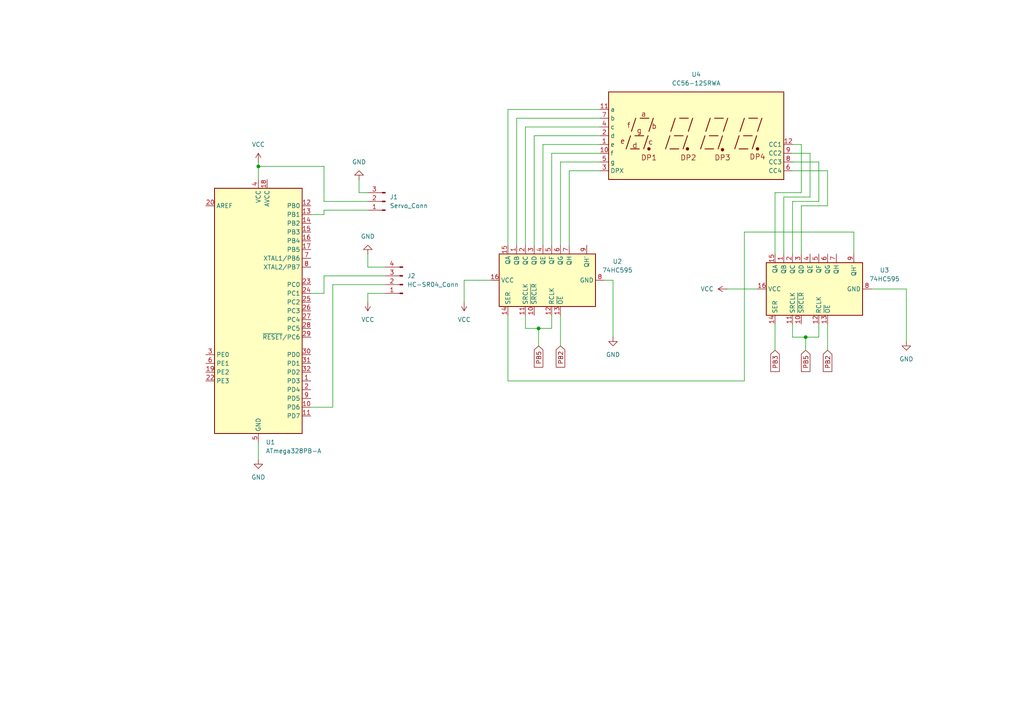
<source format=kicad_sch>
(kicad_sch
	(version 20250114)
	(generator "eeschema")
	(generator_version "9.0")
	(uuid "3afa4957-3d36-46f5-9b52-4cd2a7bf755b")
	(paper "A4")
	(lib_symbols
		(symbol "74xx:74HC595"
			(exclude_from_sim no)
			(in_bom yes)
			(on_board yes)
			(property "Reference" "U"
				(at -7.62 13.97 0)
				(effects
					(font
						(size 1.27 1.27)
					)
				)
			)
			(property "Value" "74HC595"
				(at -7.62 -16.51 0)
				(effects
					(font
						(size 1.27 1.27)
					)
				)
			)
			(property "Footprint" ""
				(at 0 0 0)
				(effects
					(font
						(size 1.27 1.27)
					)
					(hide yes)
				)
			)
			(property "Datasheet" "http://www.ti.com/lit/ds/symlink/sn74hc595.pdf"
				(at 0 0 0)
				(effects
					(font
						(size 1.27 1.27)
					)
					(hide yes)
				)
			)
			(property "Description" "8-bit serial in/out Shift Register 3-State Outputs"
				(at 0 0 0)
				(effects
					(font
						(size 1.27 1.27)
					)
					(hide yes)
				)
			)
			(property "ki_keywords" "HCMOS SR 3State"
				(at 0 0 0)
				(effects
					(font
						(size 1.27 1.27)
					)
					(hide yes)
				)
			)
			(property "ki_fp_filters" "DIP*W7.62mm* SOIC*3.9x9.9mm*P1.27mm* TSSOP*4.4x5mm*P0.65mm* SOIC*5.3x10.2mm*P1.27mm* SOIC*7.5x10.3mm*P1.27mm*"
				(at 0 0 0)
				(effects
					(font
						(size 1.27 1.27)
					)
					(hide yes)
				)
			)
			(symbol "74HC595_1_0"
				(pin input line
					(at -10.16 10.16 0)
					(length 2.54)
					(name "SER"
						(effects
							(font
								(size 1.27 1.27)
							)
						)
					)
					(number "14"
						(effects
							(font
								(size 1.27 1.27)
							)
						)
					)
				)
				(pin input line
					(at -10.16 5.08 0)
					(length 2.54)
					(name "SRCLK"
						(effects
							(font
								(size 1.27 1.27)
							)
						)
					)
					(number "11"
						(effects
							(font
								(size 1.27 1.27)
							)
						)
					)
				)
				(pin input line
					(at -10.16 2.54 0)
					(length 2.54)
					(name "~{SRCLR}"
						(effects
							(font
								(size 1.27 1.27)
							)
						)
					)
					(number "10"
						(effects
							(font
								(size 1.27 1.27)
							)
						)
					)
				)
				(pin input line
					(at -10.16 -2.54 0)
					(length 2.54)
					(name "RCLK"
						(effects
							(font
								(size 1.27 1.27)
							)
						)
					)
					(number "12"
						(effects
							(font
								(size 1.27 1.27)
							)
						)
					)
				)
				(pin input line
					(at -10.16 -5.08 0)
					(length 2.54)
					(name "~{OE}"
						(effects
							(font
								(size 1.27 1.27)
							)
						)
					)
					(number "13"
						(effects
							(font
								(size 1.27 1.27)
							)
						)
					)
				)
				(pin power_in line
					(at 0 15.24 270)
					(length 2.54)
					(name "VCC"
						(effects
							(font
								(size 1.27 1.27)
							)
						)
					)
					(number "16"
						(effects
							(font
								(size 1.27 1.27)
							)
						)
					)
				)
				(pin power_in line
					(at 0 -17.78 90)
					(length 2.54)
					(name "GND"
						(effects
							(font
								(size 1.27 1.27)
							)
						)
					)
					(number "8"
						(effects
							(font
								(size 1.27 1.27)
							)
						)
					)
				)
				(pin tri_state line
					(at 10.16 10.16 180)
					(length 2.54)
					(name "QA"
						(effects
							(font
								(size 1.27 1.27)
							)
						)
					)
					(number "15"
						(effects
							(font
								(size 1.27 1.27)
							)
						)
					)
				)
				(pin tri_state line
					(at 10.16 7.62 180)
					(length 2.54)
					(name "QB"
						(effects
							(font
								(size 1.27 1.27)
							)
						)
					)
					(number "1"
						(effects
							(font
								(size 1.27 1.27)
							)
						)
					)
				)
				(pin tri_state line
					(at 10.16 5.08 180)
					(length 2.54)
					(name "QC"
						(effects
							(font
								(size 1.27 1.27)
							)
						)
					)
					(number "2"
						(effects
							(font
								(size 1.27 1.27)
							)
						)
					)
				)
				(pin tri_state line
					(at 10.16 2.54 180)
					(length 2.54)
					(name "QD"
						(effects
							(font
								(size 1.27 1.27)
							)
						)
					)
					(number "3"
						(effects
							(font
								(size 1.27 1.27)
							)
						)
					)
				)
				(pin tri_state line
					(at 10.16 0 180)
					(length 2.54)
					(name "QE"
						(effects
							(font
								(size 1.27 1.27)
							)
						)
					)
					(number "4"
						(effects
							(font
								(size 1.27 1.27)
							)
						)
					)
				)
				(pin tri_state line
					(at 10.16 -2.54 180)
					(length 2.54)
					(name "QF"
						(effects
							(font
								(size 1.27 1.27)
							)
						)
					)
					(number "5"
						(effects
							(font
								(size 1.27 1.27)
							)
						)
					)
				)
				(pin tri_state line
					(at 10.16 -5.08 180)
					(length 2.54)
					(name "QG"
						(effects
							(font
								(size 1.27 1.27)
							)
						)
					)
					(number "6"
						(effects
							(font
								(size 1.27 1.27)
							)
						)
					)
				)
				(pin tri_state line
					(at 10.16 -7.62 180)
					(length 2.54)
					(name "QH"
						(effects
							(font
								(size 1.27 1.27)
							)
						)
					)
					(number "7"
						(effects
							(font
								(size 1.27 1.27)
							)
						)
					)
				)
				(pin output line
					(at 10.16 -12.7 180)
					(length 2.54)
					(name "QH'"
						(effects
							(font
								(size 1.27 1.27)
							)
						)
					)
					(number "9"
						(effects
							(font
								(size 1.27 1.27)
							)
						)
					)
				)
			)
			(symbol "74HC595_1_1"
				(rectangle
					(start -7.62 12.7)
					(end 7.62 -15.24)
					(stroke
						(width 0.254)
						(type default)
					)
					(fill
						(type background)
					)
				)
			)
			(embedded_fonts no)
		)
		(symbol "Connector:Conn_01x03_Pin"
			(pin_names
				(offset 1.016)
				(hide yes)
			)
			(exclude_from_sim no)
			(in_bom yes)
			(on_board yes)
			(property "Reference" "J"
				(at 0 5.08 0)
				(effects
					(font
						(size 1.27 1.27)
					)
				)
			)
			(property "Value" "Conn_01x03_Pin"
				(at 0 -5.08 0)
				(effects
					(font
						(size 1.27 1.27)
					)
				)
			)
			(property "Footprint" ""
				(at 0 0 0)
				(effects
					(font
						(size 1.27 1.27)
					)
					(hide yes)
				)
			)
			(property "Datasheet" "~"
				(at 0 0 0)
				(effects
					(font
						(size 1.27 1.27)
					)
					(hide yes)
				)
			)
			(property "Description" "Generic connector, single row, 01x03, script generated"
				(at 0 0 0)
				(effects
					(font
						(size 1.27 1.27)
					)
					(hide yes)
				)
			)
			(property "ki_locked" ""
				(at 0 0 0)
				(effects
					(font
						(size 1.27 1.27)
					)
				)
			)
			(property "ki_keywords" "connector"
				(at 0 0 0)
				(effects
					(font
						(size 1.27 1.27)
					)
					(hide yes)
				)
			)
			(property "ki_fp_filters" "Connector*:*_1x??_*"
				(at 0 0 0)
				(effects
					(font
						(size 1.27 1.27)
					)
					(hide yes)
				)
			)
			(symbol "Conn_01x03_Pin_1_1"
				(rectangle
					(start 0.8636 2.667)
					(end 0 2.413)
					(stroke
						(width 0.1524)
						(type default)
					)
					(fill
						(type outline)
					)
				)
				(rectangle
					(start 0.8636 0.127)
					(end 0 -0.127)
					(stroke
						(width 0.1524)
						(type default)
					)
					(fill
						(type outline)
					)
				)
				(rectangle
					(start 0.8636 -2.413)
					(end 0 -2.667)
					(stroke
						(width 0.1524)
						(type default)
					)
					(fill
						(type outline)
					)
				)
				(polyline
					(pts
						(xy 1.27 2.54) (xy 0.8636 2.54)
					)
					(stroke
						(width 0.1524)
						(type default)
					)
					(fill
						(type none)
					)
				)
				(polyline
					(pts
						(xy 1.27 0) (xy 0.8636 0)
					)
					(stroke
						(width 0.1524)
						(type default)
					)
					(fill
						(type none)
					)
				)
				(polyline
					(pts
						(xy 1.27 -2.54) (xy 0.8636 -2.54)
					)
					(stroke
						(width 0.1524)
						(type default)
					)
					(fill
						(type none)
					)
				)
				(pin passive line
					(at 5.08 2.54 180)
					(length 3.81)
					(name "Pin_1"
						(effects
							(font
								(size 1.27 1.27)
							)
						)
					)
					(number "1"
						(effects
							(font
								(size 1.27 1.27)
							)
						)
					)
				)
				(pin passive line
					(at 5.08 0 180)
					(length 3.81)
					(name "Pin_2"
						(effects
							(font
								(size 1.27 1.27)
							)
						)
					)
					(number "2"
						(effects
							(font
								(size 1.27 1.27)
							)
						)
					)
				)
				(pin passive line
					(at 5.08 -2.54 180)
					(length 3.81)
					(name "Pin_3"
						(effects
							(font
								(size 1.27 1.27)
							)
						)
					)
					(number "3"
						(effects
							(font
								(size 1.27 1.27)
							)
						)
					)
				)
			)
			(embedded_fonts no)
		)
		(symbol "Connector:Conn_01x04_Pin"
			(pin_names
				(offset 1.016)
				(hide yes)
			)
			(exclude_from_sim no)
			(in_bom yes)
			(on_board yes)
			(property "Reference" "J"
				(at 0 5.08 0)
				(effects
					(font
						(size 1.27 1.27)
					)
				)
			)
			(property "Value" "Conn_01x04_Pin"
				(at 0 -7.62 0)
				(effects
					(font
						(size 1.27 1.27)
					)
				)
			)
			(property "Footprint" ""
				(at 0 0 0)
				(effects
					(font
						(size 1.27 1.27)
					)
					(hide yes)
				)
			)
			(property "Datasheet" "~"
				(at 0 0 0)
				(effects
					(font
						(size 1.27 1.27)
					)
					(hide yes)
				)
			)
			(property "Description" "Generic connector, single row, 01x04, script generated"
				(at 0 0 0)
				(effects
					(font
						(size 1.27 1.27)
					)
					(hide yes)
				)
			)
			(property "ki_locked" ""
				(at 0 0 0)
				(effects
					(font
						(size 1.27 1.27)
					)
				)
			)
			(property "ki_keywords" "connector"
				(at 0 0 0)
				(effects
					(font
						(size 1.27 1.27)
					)
					(hide yes)
				)
			)
			(property "ki_fp_filters" "Connector*:*_1x??_*"
				(at 0 0 0)
				(effects
					(font
						(size 1.27 1.27)
					)
					(hide yes)
				)
			)
			(symbol "Conn_01x04_Pin_1_1"
				(rectangle
					(start 0.8636 2.667)
					(end 0 2.413)
					(stroke
						(width 0.1524)
						(type default)
					)
					(fill
						(type outline)
					)
				)
				(rectangle
					(start 0.8636 0.127)
					(end 0 -0.127)
					(stroke
						(width 0.1524)
						(type default)
					)
					(fill
						(type outline)
					)
				)
				(rectangle
					(start 0.8636 -2.413)
					(end 0 -2.667)
					(stroke
						(width 0.1524)
						(type default)
					)
					(fill
						(type outline)
					)
				)
				(rectangle
					(start 0.8636 -4.953)
					(end 0 -5.207)
					(stroke
						(width 0.1524)
						(type default)
					)
					(fill
						(type outline)
					)
				)
				(polyline
					(pts
						(xy 1.27 2.54) (xy 0.8636 2.54)
					)
					(stroke
						(width 0.1524)
						(type default)
					)
					(fill
						(type none)
					)
				)
				(polyline
					(pts
						(xy 1.27 0) (xy 0.8636 0)
					)
					(stroke
						(width 0.1524)
						(type default)
					)
					(fill
						(type none)
					)
				)
				(polyline
					(pts
						(xy 1.27 -2.54) (xy 0.8636 -2.54)
					)
					(stroke
						(width 0.1524)
						(type default)
					)
					(fill
						(type none)
					)
				)
				(polyline
					(pts
						(xy 1.27 -5.08) (xy 0.8636 -5.08)
					)
					(stroke
						(width 0.1524)
						(type default)
					)
					(fill
						(type none)
					)
				)
				(pin passive line
					(at 5.08 2.54 180)
					(length 3.81)
					(name "Pin_1"
						(effects
							(font
								(size 1.27 1.27)
							)
						)
					)
					(number "1"
						(effects
							(font
								(size 1.27 1.27)
							)
						)
					)
				)
				(pin passive line
					(at 5.08 0 180)
					(length 3.81)
					(name "Pin_2"
						(effects
							(font
								(size 1.27 1.27)
							)
						)
					)
					(number "2"
						(effects
							(font
								(size 1.27 1.27)
							)
						)
					)
				)
				(pin passive line
					(at 5.08 -2.54 180)
					(length 3.81)
					(name "Pin_3"
						(effects
							(font
								(size 1.27 1.27)
							)
						)
					)
					(number "3"
						(effects
							(font
								(size 1.27 1.27)
							)
						)
					)
				)
				(pin passive line
					(at 5.08 -5.08 180)
					(length 3.81)
					(name "Pin_4"
						(effects
							(font
								(size 1.27 1.27)
							)
						)
					)
					(number "4"
						(effects
							(font
								(size 1.27 1.27)
							)
						)
					)
				)
			)
			(embedded_fonts no)
		)
		(symbol "Display_Character:CC56-12SRWA"
			(exclude_from_sim no)
			(in_bom yes)
			(on_board yes)
			(property "Reference" "U"
				(at -24.13 13.97 0)
				(effects
					(font
						(size 1.27 1.27)
					)
				)
			)
			(property "Value" "CC56-12SRWA"
				(at 17.78 13.97 0)
				(effects
					(font
						(size 1.27 1.27)
					)
				)
			)
			(property "Footprint" "Display_7Segment:CA56-12SRWA"
				(at 0 -15.24 0)
				(effects
					(font
						(size 1.27 1.27)
					)
					(hide yes)
				)
			)
			(property "Datasheet" "http://www.kingbrightusa.com/images/catalog/SPEC/CC56-12SRWA.pdf"
				(at -10.922 0.762 0)
				(effects
					(font
						(size 1.27 1.27)
					)
					(hide yes)
				)
			)
			(property "Description" "4 digit 7 segment super bright red LED, common cathode"
				(at 0 0 0)
				(effects
					(font
						(size 1.27 1.27)
					)
					(hide yes)
				)
			)
			(property "ki_keywords" "display LED 7-segment"
				(at 0 0 0)
				(effects
					(font
						(size 1.27 1.27)
					)
					(hide yes)
				)
			)
			(property "ki_fp_filters" "*CA56*12SRWA*"
				(at 0 0 0)
				(effects
					(font
						(size 1.27 1.27)
					)
					(hide yes)
				)
			)
			(symbol "CC56-12SRWA_0_0"
				(rectangle
					(start -25.4 12.7)
					(end 25.4 -12.7)
					(stroke
						(width 0.254)
						(type default)
					)
					(fill
						(type background)
					)
				)
				(polyline
					(pts
						(xy -20.32 -3.81) (xy -19.05 0)
					)
					(stroke
						(width 0.254)
						(type default)
					)
					(fill
						(type none)
					)
				)
				(polyline
					(pts
						(xy -19.05 -3.81) (xy -16.51 -3.81)
					)
					(stroke
						(width 0.254)
						(type default)
					)
					(fill
						(type none)
					)
				)
				(polyline
					(pts
						(xy -18.796 1.27) (xy -17.526 5.08)
					)
					(stroke
						(width 0.254)
						(type default)
					)
					(fill
						(type none)
					)
				)
				(polyline
					(pts
						(xy -17.78 0) (xy -15.24 0)
					)
					(stroke
						(width 0.254)
						(type default)
					)
					(fill
						(type none)
					)
				)
				(polyline
					(pts
						(xy -16.256 5.08) (xy -13.716 5.08)
					)
					(stroke
						(width 0.254)
						(type default)
					)
					(fill
						(type none)
					)
				)
				(polyline
					(pts
						(xy -15.24 -3.81) (xy -13.97 0)
					)
					(stroke
						(width 0.254)
						(type default)
					)
					(fill
						(type none)
					)
				)
				(polyline
					(pts
						(xy -13.716 1.27) (xy -12.446 5.08)
					)
					(stroke
						(width 0.254)
						(type default)
					)
					(fill
						(type none)
					)
				)
				(polyline
					(pts
						(xy -8.89 -3.81) (xy -7.62 0)
					)
					(stroke
						(width 0.254)
						(type default)
					)
					(fill
						(type none)
					)
				)
				(polyline
					(pts
						(xy -7.62 -3.81) (xy -5.08 -3.81)
					)
					(stroke
						(width 0.254)
						(type default)
					)
					(fill
						(type none)
					)
				)
				(polyline
					(pts
						(xy -7.366 1.27) (xy -6.096 5.08)
					)
					(stroke
						(width 0.254)
						(type default)
					)
					(fill
						(type none)
					)
				)
				(polyline
					(pts
						(xy -6.35 0) (xy -3.81 0)
					)
					(stroke
						(width 0.254)
						(type default)
					)
					(fill
						(type none)
					)
				)
				(polyline
					(pts
						(xy -4.826 5.08) (xy -2.286 5.08)
					)
					(stroke
						(width 0.254)
						(type default)
					)
					(fill
						(type none)
					)
				)
				(polyline
					(pts
						(xy -3.81 -3.81) (xy -2.54 0)
					)
					(stroke
						(width 0.254)
						(type default)
					)
					(fill
						(type none)
					)
				)
				(polyline
					(pts
						(xy -2.286 1.27) (xy -1.016 5.08)
					)
					(stroke
						(width 0.254)
						(type default)
					)
					(fill
						(type none)
					)
				)
				(polyline
					(pts
						(xy 1.27 -3.81) (xy 2.54 0)
					)
					(stroke
						(width 0.254)
						(type default)
					)
					(fill
						(type none)
					)
				)
				(polyline
					(pts
						(xy 2.54 -3.81) (xy 5.08 -3.81)
					)
					(stroke
						(width 0.254)
						(type default)
					)
					(fill
						(type none)
					)
				)
				(polyline
					(pts
						(xy 2.794 1.27) (xy 4.064 5.08)
					)
					(stroke
						(width 0.254)
						(type default)
					)
					(fill
						(type none)
					)
				)
				(polyline
					(pts
						(xy 3.81 0) (xy 6.35 0)
					)
					(stroke
						(width 0.254)
						(type default)
					)
					(fill
						(type none)
					)
				)
				(polyline
					(pts
						(xy 5.334 5.08) (xy 7.874 5.08)
					)
					(stroke
						(width 0.254)
						(type default)
					)
					(fill
						(type none)
					)
				)
				(polyline
					(pts
						(xy 6.35 -3.81) (xy 7.62 0)
					)
					(stroke
						(width 0.254)
						(type default)
					)
					(fill
						(type none)
					)
				)
				(polyline
					(pts
						(xy 7.874 1.27) (xy 9.144 5.08)
					)
					(stroke
						(width 0.254)
						(type default)
					)
					(fill
						(type none)
					)
				)
				(polyline
					(pts
						(xy 11.176 -3.81) (xy 12.446 0)
					)
					(stroke
						(width 0.254)
						(type default)
					)
					(fill
						(type none)
					)
				)
				(polyline
					(pts
						(xy 12.446 -3.81) (xy 14.986 -3.81)
					)
					(stroke
						(width 0.254)
						(type default)
					)
					(fill
						(type none)
					)
				)
				(polyline
					(pts
						(xy 12.7 1.27) (xy 13.97 5.08)
					)
					(stroke
						(width 0.254)
						(type default)
					)
					(fill
						(type none)
					)
				)
				(polyline
					(pts
						(xy 13.716 0) (xy 16.256 0)
					)
					(stroke
						(width 0.254)
						(type default)
					)
					(fill
						(type none)
					)
				)
				(polyline
					(pts
						(xy 15.24 5.08) (xy 17.78 5.08)
					)
					(stroke
						(width 0.254)
						(type default)
					)
					(fill
						(type none)
					)
				)
				(polyline
					(pts
						(xy 16.256 -3.81) (xy 17.526 0)
					)
					(stroke
						(width 0.254)
						(type default)
					)
					(fill
						(type none)
					)
				)
				(polyline
					(pts
						(xy 17.78 1.27) (xy 19.05 5.08)
					)
					(stroke
						(width 0.254)
						(type default)
					)
					(fill
						(type none)
					)
				)
				(text "e"
					(at -21.336 -1.524 0)
					(effects
						(font
							(size 1.524 1.524)
						)
					)
				)
				(text "f"
					(at -19.558 3.048 0)
					(effects
						(font
							(size 1.524 1.524)
						)
					)
				)
				(text "d"
					(at -17.78 -2.794 0)
					(effects
						(font
							(size 1.524 1.524)
						)
					)
				)
				(text "g"
					(at -16.51 1.524 0)
					(effects
						(font
							(size 1.524 1.524)
						)
					)
				)
				(text "a"
					(at -15.24 6.35 0)
					(effects
						(font
							(size 1.524 1.524)
						)
					)
				)
				(text "DP1"
					(at -13.716 -6.35 0)
					(effects
						(font
							(size 1.524 1.524)
						)
					)
				)
				(text "c"
					(at -13.208 -1.778 0)
					(effects
						(font
							(size 1.524 1.524)
						)
					)
				)
				(text "b"
					(at -12.192 2.794 0)
					(effects
						(font
							(size 1.524 1.524)
						)
					)
				)
				(text "DP2"
					(at -2.286 -6.35 0)
					(effects
						(font
							(size 1.524 1.524)
						)
					)
				)
				(text "DP3"
					(at 7.62 -6.35 0)
					(effects
						(font
							(size 1.524 1.524)
						)
					)
				)
				(text "DP4"
					(at 17.78 -6.096 0)
					(effects
						(font
							(size 1.524 1.524)
						)
					)
				)
			)
			(symbol "CC56-12SRWA_0_1"
				(circle
					(center -13.716 -3.81)
					(radius 0.3556)
					(stroke
						(width 0.254)
						(type default)
					)
					(fill
						(type outline)
					)
				)
				(circle
					(center -2.54 -3.81)
					(radius 0.3556)
					(stroke
						(width 0.254)
						(type default)
					)
					(fill
						(type outline)
					)
				)
			)
			(symbol "CC56-12SRWA_1_0"
				(circle
					(center 7.62 -4.064)
					(radius 0.3556)
					(stroke
						(width 0.254)
						(type default)
					)
					(fill
						(type outline)
					)
				)
				(circle
					(center 17.78 -3.81)
					(radius 0.3556)
					(stroke
						(width 0.254)
						(type default)
					)
					(fill
						(type outline)
					)
				)
			)
			(symbol "CC56-12SRWA_1_1"
				(pin input line
					(at -27.94 7.62 0)
					(length 2.54)
					(name "a"
						(effects
							(font
								(size 1.27 1.27)
							)
						)
					)
					(number "11"
						(effects
							(font
								(size 1.27 1.27)
							)
						)
					)
				)
				(pin input line
					(at -27.94 5.08 0)
					(length 2.54)
					(name "b"
						(effects
							(font
								(size 1.27 1.27)
							)
						)
					)
					(number "7"
						(effects
							(font
								(size 1.27 1.27)
							)
						)
					)
				)
				(pin input line
					(at -27.94 2.54 0)
					(length 2.54)
					(name "c"
						(effects
							(font
								(size 1.27 1.27)
							)
						)
					)
					(number "4"
						(effects
							(font
								(size 1.27 1.27)
							)
						)
					)
				)
				(pin input line
					(at -27.94 0 0)
					(length 2.54)
					(name "d"
						(effects
							(font
								(size 1.27 1.27)
							)
						)
					)
					(number "2"
						(effects
							(font
								(size 1.27 1.27)
							)
						)
					)
				)
				(pin input line
					(at -27.94 -2.54 0)
					(length 2.54)
					(name "e"
						(effects
							(font
								(size 1.27 1.27)
							)
						)
					)
					(number "1"
						(effects
							(font
								(size 1.27 1.27)
							)
						)
					)
				)
				(pin input line
					(at -27.94 -5.08 0)
					(length 2.54)
					(name "f"
						(effects
							(font
								(size 1.27 1.27)
							)
						)
					)
					(number "10"
						(effects
							(font
								(size 1.27 1.27)
							)
						)
					)
				)
				(pin input line
					(at -27.94 -7.62 0)
					(length 2.54)
					(name "g"
						(effects
							(font
								(size 1.27 1.27)
							)
						)
					)
					(number "5"
						(effects
							(font
								(size 1.27 1.27)
							)
						)
					)
				)
				(pin input line
					(at -27.94 -10.16 0)
					(length 2.54)
					(name "DPX"
						(effects
							(font
								(size 1.27 1.27)
							)
						)
					)
					(number "3"
						(effects
							(font
								(size 1.27 1.27)
							)
						)
					)
				)
				(pin input line
					(at 27.94 -2.54 180)
					(length 2.54)
					(name "CC1"
						(effects
							(font
								(size 1.27 1.27)
							)
						)
					)
					(number "12"
						(effects
							(font
								(size 1.27 1.27)
							)
						)
					)
				)
				(pin input line
					(at 27.94 -5.08 180)
					(length 2.54)
					(name "CC2"
						(effects
							(font
								(size 1.27 1.27)
							)
						)
					)
					(number "9"
						(effects
							(font
								(size 1.27 1.27)
							)
						)
					)
				)
				(pin input line
					(at 27.94 -7.62 180)
					(length 2.54)
					(name "CC3"
						(effects
							(font
								(size 1.27 1.27)
							)
						)
					)
					(number "8"
						(effects
							(font
								(size 1.27 1.27)
							)
						)
					)
				)
				(pin input line
					(at 27.94 -10.16 180)
					(length 2.54)
					(name "CC4"
						(effects
							(font
								(size 1.27 1.27)
							)
						)
					)
					(number "6"
						(effects
							(font
								(size 1.27 1.27)
							)
						)
					)
				)
			)
			(embedded_fonts no)
		)
		(symbol "MCU_Microchip_ATmega:ATmega328PB-A"
			(exclude_from_sim no)
			(in_bom yes)
			(on_board yes)
			(property "Reference" "U"
				(at -12.7 36.83 0)
				(effects
					(font
						(size 1.27 1.27)
					)
					(justify left bottom)
				)
			)
			(property "Value" "ATmega328PB-A"
				(at 2.54 -36.83 0)
				(effects
					(font
						(size 1.27 1.27)
					)
					(justify left top)
				)
			)
			(property "Footprint" "Package_QFP:TQFP-32_7x7mm_P0.8mm"
				(at 0 0 0)
				(effects
					(font
						(size 1.27 1.27)
						(italic yes)
					)
					(hide yes)
				)
			)
			(property "Datasheet" "http://ww1.microchip.com/downloads/en/DeviceDoc/40001906C.pdf"
				(at 0 0 0)
				(effects
					(font
						(size 1.27 1.27)
					)
					(hide yes)
				)
			)
			(property "Description" "20MHz, 32kB Flash, 2kB SRAM, 1kB EEPROM, TQFP-32"
				(at 0 0 0)
				(effects
					(font
						(size 1.27 1.27)
					)
					(hide yes)
				)
			)
			(property "ki_keywords" "AVR 8bit Microcontroller MegaAVR"
				(at 0 0 0)
				(effects
					(font
						(size 1.27 1.27)
					)
					(hide yes)
				)
			)
			(property "ki_fp_filters" "TQFP*7x7mm*P0.8mm*"
				(at 0 0 0)
				(effects
					(font
						(size 1.27 1.27)
					)
					(hide yes)
				)
			)
			(symbol "ATmega328PB-A_0_1"
				(rectangle
					(start -12.7 -35.56)
					(end 12.7 35.56)
					(stroke
						(width 0.254)
						(type default)
					)
					(fill
						(type background)
					)
				)
			)
			(symbol "ATmega328PB-A_1_1"
				(pin passive line
					(at -15.24 30.48 0)
					(length 2.54)
					(name "AREF"
						(effects
							(font
								(size 1.27 1.27)
							)
						)
					)
					(number "20"
						(effects
							(font
								(size 1.27 1.27)
							)
						)
					)
				)
				(pin bidirectional line
					(at -15.24 -12.7 0)
					(length 2.54)
					(name "PE0"
						(effects
							(font
								(size 1.27 1.27)
							)
						)
					)
					(number "3"
						(effects
							(font
								(size 1.27 1.27)
							)
						)
					)
				)
				(pin bidirectional line
					(at -15.24 -15.24 0)
					(length 2.54)
					(name "PE1"
						(effects
							(font
								(size 1.27 1.27)
							)
						)
					)
					(number "6"
						(effects
							(font
								(size 1.27 1.27)
							)
						)
					)
				)
				(pin bidirectional line
					(at -15.24 -17.78 0)
					(length 2.54)
					(name "PE2"
						(effects
							(font
								(size 1.27 1.27)
							)
						)
					)
					(number "19"
						(effects
							(font
								(size 1.27 1.27)
							)
						)
					)
				)
				(pin bidirectional line
					(at -15.24 -20.32 0)
					(length 2.54)
					(name "PE3"
						(effects
							(font
								(size 1.27 1.27)
							)
						)
					)
					(number "22"
						(effects
							(font
								(size 1.27 1.27)
							)
						)
					)
				)
				(pin power_in line
					(at 0 38.1 270)
					(length 2.54)
					(name "VCC"
						(effects
							(font
								(size 1.27 1.27)
							)
						)
					)
					(number "4"
						(effects
							(font
								(size 1.27 1.27)
							)
						)
					)
				)
				(pin passive line
					(at 0 -38.1 90)
					(length 2.54)
					(hide yes)
					(name "GND"
						(effects
							(font
								(size 1.27 1.27)
							)
						)
					)
					(number "21"
						(effects
							(font
								(size 1.27 1.27)
							)
						)
					)
				)
				(pin power_in line
					(at 0 -38.1 90)
					(length 2.54)
					(name "GND"
						(effects
							(font
								(size 1.27 1.27)
							)
						)
					)
					(number "5"
						(effects
							(font
								(size 1.27 1.27)
							)
						)
					)
				)
				(pin power_in line
					(at 2.54 38.1 270)
					(length 2.54)
					(name "AVCC"
						(effects
							(font
								(size 1.27 1.27)
							)
						)
					)
					(number "18"
						(effects
							(font
								(size 1.27 1.27)
							)
						)
					)
				)
				(pin bidirectional line
					(at 15.24 30.48 180)
					(length 2.54)
					(name "PB0"
						(effects
							(font
								(size 1.27 1.27)
							)
						)
					)
					(number "12"
						(effects
							(font
								(size 1.27 1.27)
							)
						)
					)
				)
				(pin bidirectional line
					(at 15.24 27.94 180)
					(length 2.54)
					(name "PB1"
						(effects
							(font
								(size 1.27 1.27)
							)
						)
					)
					(number "13"
						(effects
							(font
								(size 1.27 1.27)
							)
						)
					)
				)
				(pin bidirectional line
					(at 15.24 25.4 180)
					(length 2.54)
					(name "PB2"
						(effects
							(font
								(size 1.27 1.27)
							)
						)
					)
					(number "14"
						(effects
							(font
								(size 1.27 1.27)
							)
						)
					)
				)
				(pin bidirectional line
					(at 15.24 22.86 180)
					(length 2.54)
					(name "PB3"
						(effects
							(font
								(size 1.27 1.27)
							)
						)
					)
					(number "15"
						(effects
							(font
								(size 1.27 1.27)
							)
						)
					)
				)
				(pin bidirectional line
					(at 15.24 20.32 180)
					(length 2.54)
					(name "PB4"
						(effects
							(font
								(size 1.27 1.27)
							)
						)
					)
					(number "16"
						(effects
							(font
								(size 1.27 1.27)
							)
						)
					)
				)
				(pin bidirectional line
					(at 15.24 17.78 180)
					(length 2.54)
					(name "PB5"
						(effects
							(font
								(size 1.27 1.27)
							)
						)
					)
					(number "17"
						(effects
							(font
								(size 1.27 1.27)
							)
						)
					)
				)
				(pin bidirectional line
					(at 15.24 15.24 180)
					(length 2.54)
					(name "XTAL1/PB6"
						(effects
							(font
								(size 1.27 1.27)
							)
						)
					)
					(number "7"
						(effects
							(font
								(size 1.27 1.27)
							)
						)
					)
				)
				(pin bidirectional line
					(at 15.24 12.7 180)
					(length 2.54)
					(name "XTAL2/PB7"
						(effects
							(font
								(size 1.27 1.27)
							)
						)
					)
					(number "8"
						(effects
							(font
								(size 1.27 1.27)
							)
						)
					)
				)
				(pin bidirectional line
					(at 15.24 7.62 180)
					(length 2.54)
					(name "PC0"
						(effects
							(font
								(size 1.27 1.27)
							)
						)
					)
					(number "23"
						(effects
							(font
								(size 1.27 1.27)
							)
						)
					)
				)
				(pin bidirectional line
					(at 15.24 5.08 180)
					(length 2.54)
					(name "PC1"
						(effects
							(font
								(size 1.27 1.27)
							)
						)
					)
					(number "24"
						(effects
							(font
								(size 1.27 1.27)
							)
						)
					)
				)
				(pin bidirectional line
					(at 15.24 2.54 180)
					(length 2.54)
					(name "PC2"
						(effects
							(font
								(size 1.27 1.27)
							)
						)
					)
					(number "25"
						(effects
							(font
								(size 1.27 1.27)
							)
						)
					)
				)
				(pin bidirectional line
					(at 15.24 0 180)
					(length 2.54)
					(name "PC3"
						(effects
							(font
								(size 1.27 1.27)
							)
						)
					)
					(number "26"
						(effects
							(font
								(size 1.27 1.27)
							)
						)
					)
				)
				(pin bidirectional line
					(at 15.24 -2.54 180)
					(length 2.54)
					(name "PC4"
						(effects
							(font
								(size 1.27 1.27)
							)
						)
					)
					(number "27"
						(effects
							(font
								(size 1.27 1.27)
							)
						)
					)
				)
				(pin bidirectional line
					(at 15.24 -5.08 180)
					(length 2.54)
					(name "PC5"
						(effects
							(font
								(size 1.27 1.27)
							)
						)
					)
					(number "28"
						(effects
							(font
								(size 1.27 1.27)
							)
						)
					)
				)
				(pin bidirectional line
					(at 15.24 -7.62 180)
					(length 2.54)
					(name "~{RESET}/PC6"
						(effects
							(font
								(size 1.27 1.27)
							)
						)
					)
					(number "29"
						(effects
							(font
								(size 1.27 1.27)
							)
						)
					)
				)
				(pin bidirectional line
					(at 15.24 -12.7 180)
					(length 2.54)
					(name "PD0"
						(effects
							(font
								(size 1.27 1.27)
							)
						)
					)
					(number "30"
						(effects
							(font
								(size 1.27 1.27)
							)
						)
					)
				)
				(pin bidirectional line
					(at 15.24 -15.24 180)
					(length 2.54)
					(name "PD1"
						(effects
							(font
								(size 1.27 1.27)
							)
						)
					)
					(number "31"
						(effects
							(font
								(size 1.27 1.27)
							)
						)
					)
				)
				(pin bidirectional line
					(at 15.24 -17.78 180)
					(length 2.54)
					(name "PD2"
						(effects
							(font
								(size 1.27 1.27)
							)
						)
					)
					(number "32"
						(effects
							(font
								(size 1.27 1.27)
							)
						)
					)
				)
				(pin bidirectional line
					(at 15.24 -20.32 180)
					(length 2.54)
					(name "PD3"
						(effects
							(font
								(size 1.27 1.27)
							)
						)
					)
					(number "1"
						(effects
							(font
								(size 1.27 1.27)
							)
						)
					)
				)
				(pin bidirectional line
					(at 15.24 -22.86 180)
					(length 2.54)
					(name "PD4"
						(effects
							(font
								(size 1.27 1.27)
							)
						)
					)
					(number "2"
						(effects
							(font
								(size 1.27 1.27)
							)
						)
					)
				)
				(pin bidirectional line
					(at 15.24 -25.4 180)
					(length 2.54)
					(name "PD5"
						(effects
							(font
								(size 1.27 1.27)
							)
						)
					)
					(number "9"
						(effects
							(font
								(size 1.27 1.27)
							)
						)
					)
				)
				(pin bidirectional line
					(at 15.24 -27.94 180)
					(length 2.54)
					(name "PD6"
						(effects
							(font
								(size 1.27 1.27)
							)
						)
					)
					(number "10"
						(effects
							(font
								(size 1.27 1.27)
							)
						)
					)
				)
				(pin bidirectional line
					(at 15.24 -30.48 180)
					(length 2.54)
					(name "PD7"
						(effects
							(font
								(size 1.27 1.27)
							)
						)
					)
					(number "11"
						(effects
							(font
								(size 1.27 1.27)
							)
						)
					)
				)
			)
			(embedded_fonts no)
		)
		(symbol "power:GND"
			(power)
			(pin_numbers
				(hide yes)
			)
			(pin_names
				(offset 0)
				(hide yes)
			)
			(exclude_from_sim no)
			(in_bom yes)
			(on_board yes)
			(property "Reference" "#PWR"
				(at 0 -6.35 0)
				(effects
					(font
						(size 1.27 1.27)
					)
					(hide yes)
				)
			)
			(property "Value" "GND"
				(at 0 -3.81 0)
				(effects
					(font
						(size 1.27 1.27)
					)
				)
			)
			(property "Footprint" ""
				(at 0 0 0)
				(effects
					(font
						(size 1.27 1.27)
					)
					(hide yes)
				)
			)
			(property "Datasheet" ""
				(at 0 0 0)
				(effects
					(font
						(size 1.27 1.27)
					)
					(hide yes)
				)
			)
			(property "Description" "Power symbol creates a global label with name \"GND\" , ground"
				(at 0 0 0)
				(effects
					(font
						(size 1.27 1.27)
					)
					(hide yes)
				)
			)
			(property "ki_keywords" "global power"
				(at 0 0 0)
				(effects
					(font
						(size 1.27 1.27)
					)
					(hide yes)
				)
			)
			(symbol "GND_0_1"
				(polyline
					(pts
						(xy 0 0) (xy 0 -1.27) (xy 1.27 -1.27) (xy 0 -2.54) (xy -1.27 -1.27) (xy 0 -1.27)
					)
					(stroke
						(width 0)
						(type default)
					)
					(fill
						(type none)
					)
				)
			)
			(symbol "GND_1_1"
				(pin power_in line
					(at 0 0 270)
					(length 0)
					(name "~"
						(effects
							(font
								(size 1.27 1.27)
							)
						)
					)
					(number "1"
						(effects
							(font
								(size 1.27 1.27)
							)
						)
					)
				)
			)
			(embedded_fonts no)
		)
		(symbol "power:VCC"
			(power)
			(pin_numbers
				(hide yes)
			)
			(pin_names
				(offset 0)
				(hide yes)
			)
			(exclude_from_sim no)
			(in_bom yes)
			(on_board yes)
			(property "Reference" "#PWR"
				(at 0 -3.81 0)
				(effects
					(font
						(size 1.27 1.27)
					)
					(hide yes)
				)
			)
			(property "Value" "VCC"
				(at 0 3.556 0)
				(effects
					(font
						(size 1.27 1.27)
					)
				)
			)
			(property "Footprint" ""
				(at 0 0 0)
				(effects
					(font
						(size 1.27 1.27)
					)
					(hide yes)
				)
			)
			(property "Datasheet" ""
				(at 0 0 0)
				(effects
					(font
						(size 1.27 1.27)
					)
					(hide yes)
				)
			)
			(property "Description" "Power symbol creates a global label with name \"VCC\""
				(at 0 0 0)
				(effects
					(font
						(size 1.27 1.27)
					)
					(hide yes)
				)
			)
			(property "ki_keywords" "global power"
				(at 0 0 0)
				(effects
					(font
						(size 1.27 1.27)
					)
					(hide yes)
				)
			)
			(symbol "VCC_0_1"
				(polyline
					(pts
						(xy -0.762 1.27) (xy 0 2.54)
					)
					(stroke
						(width 0)
						(type default)
					)
					(fill
						(type none)
					)
				)
				(polyline
					(pts
						(xy 0 2.54) (xy 0.762 1.27)
					)
					(stroke
						(width 0)
						(type default)
					)
					(fill
						(type none)
					)
				)
				(polyline
					(pts
						(xy 0 0) (xy 0 2.54)
					)
					(stroke
						(width 0)
						(type default)
					)
					(fill
						(type none)
					)
				)
			)
			(symbol "VCC_1_1"
				(pin power_in line
					(at 0 0 90)
					(length 0)
					(name "~"
						(effects
							(font
								(size 1.27 1.27)
							)
						)
					)
					(number "1"
						(effects
							(font
								(size 1.27 1.27)
							)
						)
					)
				)
			)
			(embedded_fonts no)
		)
	)
	(junction
		(at 233.68 97.79)
		(diameter 0)
		(color 0 0 0 0)
		(uuid "41abfe79-f28f-4aab-aff7-3a43267fd302")
	)
	(junction
		(at 74.93 48.26)
		(diameter 0)
		(color 0 0 0 0)
		(uuid "9feb40d4-8952-4666-b17e-8bb20bf9c170")
	)
	(junction
		(at 156.21 95.25)
		(diameter 0)
		(color 0 0 0 0)
		(uuid "b0246382-b7b3-4387-9e60-7695d73213e1")
	)
	(wire
		(pts
			(xy 106.68 60.96) (xy 93.98 60.96)
		)
		(stroke
			(width 0)
			(type default)
		)
		(uuid "033f20c3-9fd9-41ed-bead-6e015b37f025")
	)
	(wire
		(pts
			(xy 93.98 62.23) (xy 90.17 62.23)
		)
		(stroke
			(width 0)
			(type default)
		)
		(uuid "06cbea65-dd51-4017-83f2-8f1e26d3ea13")
	)
	(wire
		(pts
			(xy 134.62 81.28) (xy 142.24 81.28)
		)
		(stroke
			(width 0)
			(type default)
		)
		(uuid "07625e8f-d5a6-4581-a91f-9bf16c324ad8")
	)
	(wire
		(pts
			(xy 229.87 97.79) (xy 229.87 93.98)
		)
		(stroke
			(width 0)
			(type default)
		)
		(uuid "0d7de367-b8f1-4048-9bb6-d9d3ae08e985")
	)
	(wire
		(pts
			(xy 96.52 82.55) (xy 96.52 118.11)
		)
		(stroke
			(width 0)
			(type default)
		)
		(uuid "1087f536-5923-4a46-8db0-d0b8a9603ecd")
	)
	(wire
		(pts
			(xy 232.41 41.91) (xy 229.87 41.91)
		)
		(stroke
			(width 0)
			(type default)
		)
		(uuid "125b755e-a8ca-4bed-8a3a-b0d44c4475c3")
	)
	(wire
		(pts
			(xy 210.82 83.82) (xy 219.71 83.82)
		)
		(stroke
			(width 0)
			(type default)
		)
		(uuid "13ab75ff-5fd9-4c21-98f5-d068521f6fca")
	)
	(wire
		(pts
			(xy 157.48 41.91) (xy 157.48 71.12)
		)
		(stroke
			(width 0)
			(type default)
		)
		(uuid "140820be-d690-4eb1-8c4d-eeb11d9b953b")
	)
	(wire
		(pts
			(xy 160.02 44.45) (xy 173.99 44.45)
		)
		(stroke
			(width 0)
			(type default)
		)
		(uuid "159097c4-ac9f-4edf-9dde-a97cca3037b5")
	)
	(wire
		(pts
			(xy 215.9 110.49) (xy 215.9 67.31)
		)
		(stroke
			(width 0)
			(type default)
		)
		(uuid "213c9ebf-c3c4-44f1-94e0-8dd0f474b203")
	)
	(wire
		(pts
			(xy 227.33 57.15) (xy 227.33 73.66)
		)
		(stroke
			(width 0)
			(type default)
		)
		(uuid "23fcf8a4-e635-4ce0-8707-306c402b4e25")
	)
	(wire
		(pts
			(xy 106.68 73.66) (xy 106.68 77.47)
		)
		(stroke
			(width 0)
			(type default)
		)
		(uuid "262fae26-3520-4a1d-b527-e10391be12bb")
	)
	(wire
		(pts
			(xy 177.8 97.79) (xy 177.8 81.28)
		)
		(stroke
			(width 0)
			(type default)
		)
		(uuid "2977303f-12d1-4f01-a7db-8016900bb1e0")
	)
	(wire
		(pts
			(xy 74.93 46.99) (xy 74.93 48.26)
		)
		(stroke
			(width 0)
			(type default)
		)
		(uuid "2b12abd8-3ce0-47aa-90a5-ad948ca5c25c")
	)
	(wire
		(pts
			(xy 237.49 58.42) (xy 237.49 46.99)
		)
		(stroke
			(width 0)
			(type default)
		)
		(uuid "2ef15709-b94c-4bb5-9c54-e9a1528c5cff")
	)
	(wire
		(pts
			(xy 160.02 71.12) (xy 160.02 44.45)
		)
		(stroke
			(width 0)
			(type default)
		)
		(uuid "31c25317-67aa-4440-936b-0448a572028f")
	)
	(wire
		(pts
			(xy 106.68 87.63) (xy 106.68 85.09)
		)
		(stroke
			(width 0)
			(type default)
		)
		(uuid "367009f3-8556-4b2a-a3f1-2612159acf75")
	)
	(wire
		(pts
			(xy 93.98 58.42) (xy 93.98 48.26)
		)
		(stroke
			(width 0)
			(type default)
		)
		(uuid "3b821e30-8cfc-41f7-8dd8-fcb4a2dd46db")
	)
	(wire
		(pts
			(xy 215.9 67.31) (xy 247.65 67.31)
		)
		(stroke
			(width 0)
			(type default)
		)
		(uuid "3bdd3e07-6bf3-4ff6-9845-5417765a3a2e")
	)
	(wire
		(pts
			(xy 232.41 59.69) (xy 232.41 73.66)
		)
		(stroke
			(width 0)
			(type default)
		)
		(uuid "3c5d33b5-8e5a-4456-9305-7b48b3abcfd2")
	)
	(wire
		(pts
			(xy 234.95 57.15) (xy 227.33 57.15)
		)
		(stroke
			(width 0)
			(type default)
		)
		(uuid "3ecc4ff9-70ff-4f85-862a-b30f05595b57")
	)
	(wire
		(pts
			(xy 160.02 95.25) (xy 156.21 95.25)
		)
		(stroke
			(width 0)
			(type default)
		)
		(uuid "3f405c20-747d-46ec-996e-db298a4b3a06")
	)
	(wire
		(pts
			(xy 233.68 97.79) (xy 229.87 97.79)
		)
		(stroke
			(width 0)
			(type default)
		)
		(uuid "473b0503-8dca-47b3-b890-cedc74c4d3b3")
	)
	(wire
		(pts
			(xy 240.03 59.69) (xy 232.41 59.69)
		)
		(stroke
			(width 0)
			(type default)
		)
		(uuid "47ddc402-521a-4d55-9cb3-fe14dcfd761d")
	)
	(wire
		(pts
			(xy 106.68 58.42) (xy 93.98 58.42)
		)
		(stroke
			(width 0)
			(type default)
		)
		(uuid "518c781d-f23f-4414-bbfa-401fd59f205f")
	)
	(wire
		(pts
			(xy 154.94 39.37) (xy 173.99 39.37)
		)
		(stroke
			(width 0)
			(type default)
		)
		(uuid "53936c41-5fb4-4f87-9a74-486f7a48e094")
	)
	(wire
		(pts
			(xy 162.56 91.44) (xy 162.56 100.33)
		)
		(stroke
			(width 0)
			(type default)
		)
		(uuid "57468f60-efad-4f45-8be1-d47d4785fa9c")
	)
	(wire
		(pts
			(xy 224.79 73.66) (xy 224.79 55.88)
		)
		(stroke
			(width 0)
			(type default)
		)
		(uuid "57a96893-7b5f-487e-acac-b86ce9d39fd7")
	)
	(wire
		(pts
			(xy 162.56 46.99) (xy 162.56 71.12)
		)
		(stroke
			(width 0)
			(type default)
		)
		(uuid "593c9d36-c70d-41d0-92b7-7fad36785bd3")
	)
	(wire
		(pts
			(xy 233.68 101.6) (xy 233.68 97.79)
		)
		(stroke
			(width 0)
			(type default)
		)
		(uuid "59b79c3f-4301-4430-91f5-f44097b1afe0")
	)
	(wire
		(pts
			(xy 247.65 67.31) (xy 247.65 73.66)
		)
		(stroke
			(width 0)
			(type default)
		)
		(uuid "5d387c8b-818e-4257-8324-c53dacd6a2ad")
	)
	(wire
		(pts
			(xy 111.76 80.01) (xy 93.98 80.01)
		)
		(stroke
			(width 0)
			(type default)
		)
		(uuid "6102693d-1556-41a9-8f3b-43ce4b584b1e")
	)
	(wire
		(pts
			(xy 106.68 85.09) (xy 111.76 85.09)
		)
		(stroke
			(width 0)
			(type default)
		)
		(uuid "6468e216-9071-4a1a-b66e-a423e3a62e83")
	)
	(wire
		(pts
			(xy 93.98 60.96) (xy 93.98 62.23)
		)
		(stroke
			(width 0)
			(type default)
		)
		(uuid "652946fe-5f3a-463c-9a8a-1360eec38140")
	)
	(wire
		(pts
			(xy 154.94 71.12) (xy 154.94 39.37)
		)
		(stroke
			(width 0)
			(type default)
		)
		(uuid "675fc18f-a524-4bff-9020-57f339c0f1de")
	)
	(wire
		(pts
			(xy 229.87 49.53) (xy 240.03 49.53)
		)
		(stroke
			(width 0)
			(type default)
		)
		(uuid "699cb407-9285-4513-8840-00decca766e1")
	)
	(wire
		(pts
			(xy 237.49 46.99) (xy 229.87 46.99)
		)
		(stroke
			(width 0)
			(type default)
		)
		(uuid "6a0f9e52-18c9-498c-a4ee-a56fcd1239e1")
	)
	(wire
		(pts
			(xy 173.99 31.75) (xy 147.32 31.75)
		)
		(stroke
			(width 0)
			(type default)
		)
		(uuid "711d7ebd-7f16-45e3-98c9-b315d2762a66")
	)
	(wire
		(pts
			(xy 177.8 81.28) (xy 175.26 81.28)
		)
		(stroke
			(width 0)
			(type default)
		)
		(uuid "7197d56d-bae5-4964-b076-53fe82c15692")
	)
	(wire
		(pts
			(xy 149.86 34.29) (xy 173.99 34.29)
		)
		(stroke
			(width 0)
			(type default)
		)
		(uuid "75232365-ae3e-45e9-a105-b8b62a485685")
	)
	(wire
		(pts
			(xy 224.79 93.98) (xy 224.79 101.6)
		)
		(stroke
			(width 0)
			(type default)
		)
		(uuid "787cf923-1e71-4bca-844e-8efc9ee4ebe3")
	)
	(wire
		(pts
			(xy 149.86 71.12) (xy 149.86 34.29)
		)
		(stroke
			(width 0)
			(type default)
		)
		(uuid "787eedc8-76eb-45cf-952f-96178e880876")
	)
	(wire
		(pts
			(xy 237.49 93.98) (xy 237.49 97.79)
		)
		(stroke
			(width 0)
			(type default)
		)
		(uuid "79e38f86-7a2a-4f3c-bf5a-1450132c99e7")
	)
	(wire
		(pts
			(xy 96.52 118.11) (xy 90.17 118.11)
		)
		(stroke
			(width 0)
			(type default)
		)
		(uuid "8d8dd6ce-e0b8-476f-b9fb-9ffa45a291a0")
	)
	(wire
		(pts
			(xy 147.32 110.49) (xy 215.9 110.49)
		)
		(stroke
			(width 0)
			(type default)
		)
		(uuid "8dde752e-8436-471a-848c-53b434fdfd89")
	)
	(wire
		(pts
			(xy 229.87 44.45) (xy 234.95 44.45)
		)
		(stroke
			(width 0)
			(type default)
		)
		(uuid "98e2dcad-aa47-42e8-a7e7-6d05a978a9c7")
	)
	(wire
		(pts
			(xy 156.21 95.25) (xy 152.4 95.25)
		)
		(stroke
			(width 0)
			(type default)
		)
		(uuid "9c7ec9a4-ef65-4726-a438-903fc9025082")
	)
	(wire
		(pts
			(xy 74.93 48.26) (xy 74.93 52.07)
		)
		(stroke
			(width 0)
			(type default)
		)
		(uuid "a0deeb78-252d-4080-a812-7e67955e40f5")
	)
	(wire
		(pts
			(xy 156.21 95.25) (xy 156.21 100.33)
		)
		(stroke
			(width 0)
			(type default)
		)
		(uuid "a3fb7a35-b7be-4c88-a259-14ca85385360")
	)
	(wire
		(pts
			(xy 165.1 49.53) (xy 173.99 49.53)
		)
		(stroke
			(width 0)
			(type default)
		)
		(uuid "a720bc32-3d57-4cc8-a20f-803ab912287e")
	)
	(wire
		(pts
			(xy 134.62 87.63) (xy 134.62 81.28)
		)
		(stroke
			(width 0)
			(type default)
		)
		(uuid "a9c34d17-3900-4aa1-a265-2b98b19cb2d3")
	)
	(wire
		(pts
			(xy 252.73 83.82) (xy 262.89 83.82)
		)
		(stroke
			(width 0)
			(type default)
		)
		(uuid "aa01235b-1657-4c85-b1d7-2ed810c63248")
	)
	(wire
		(pts
			(xy 173.99 41.91) (xy 157.48 41.91)
		)
		(stroke
			(width 0)
			(type default)
		)
		(uuid "acd11cf2-929b-4136-9aac-d59e6a7c034d")
	)
	(wire
		(pts
			(xy 229.87 58.42) (xy 237.49 58.42)
		)
		(stroke
			(width 0)
			(type default)
		)
		(uuid "ad0b95a2-2168-4d21-8eb3-176902926113")
	)
	(wire
		(pts
			(xy 93.98 85.09) (xy 90.17 85.09)
		)
		(stroke
			(width 0)
			(type default)
		)
		(uuid "ad7ea870-7ade-4d23-8648-d8d8a224fdb7")
	)
	(wire
		(pts
			(xy 152.4 95.25) (xy 152.4 91.44)
		)
		(stroke
			(width 0)
			(type default)
		)
		(uuid "b0e8a72e-184a-43d8-a909-5af9ec8e42aa")
	)
	(wire
		(pts
			(xy 237.49 97.79) (xy 233.68 97.79)
		)
		(stroke
			(width 0)
			(type default)
		)
		(uuid "b5d14775-0912-41b9-b3c4-52c7c86e53d4")
	)
	(wire
		(pts
			(xy 229.87 73.66) (xy 229.87 58.42)
		)
		(stroke
			(width 0)
			(type default)
		)
		(uuid "b6555acd-f43b-4a7e-a6f1-04c0cfab19df")
	)
	(wire
		(pts
			(xy 240.03 93.98) (xy 240.03 101.6)
		)
		(stroke
			(width 0)
			(type default)
		)
		(uuid "baab8ef6-e8e8-4db5-b09e-5ad4d822723a")
	)
	(wire
		(pts
			(xy 111.76 82.55) (xy 96.52 82.55)
		)
		(stroke
			(width 0)
			(type default)
		)
		(uuid "bd404f7f-cb04-409a-a6fa-713fc9134ed6")
	)
	(wire
		(pts
			(xy 173.99 36.83) (xy 152.4 36.83)
		)
		(stroke
			(width 0)
			(type default)
		)
		(uuid "bd925f8a-5803-4621-b37f-94d40362556f")
	)
	(wire
		(pts
			(xy 160.02 91.44) (xy 160.02 95.25)
		)
		(stroke
			(width 0)
			(type default)
		)
		(uuid "be2eff32-06f2-4554-a7b3-0d001c25e7c1")
	)
	(wire
		(pts
			(xy 104.14 52.07) (xy 104.14 55.88)
		)
		(stroke
			(width 0)
			(type default)
		)
		(uuid "c55de307-ccdc-4bc9-afe7-8db414151031")
	)
	(wire
		(pts
			(xy 74.93 128.27) (xy 74.93 133.35)
		)
		(stroke
			(width 0)
			(type default)
		)
		(uuid "c7f92471-38b7-418e-bbc1-95b093c622f3")
	)
	(wire
		(pts
			(xy 147.32 91.44) (xy 147.32 110.49)
		)
		(stroke
			(width 0)
			(type default)
		)
		(uuid "caa89a95-92e9-4325-ae84-9e70e563526a")
	)
	(wire
		(pts
			(xy 240.03 49.53) (xy 240.03 59.69)
		)
		(stroke
			(width 0)
			(type default)
		)
		(uuid "cc62998a-89ad-4832-9731-d63825a47cb4")
	)
	(wire
		(pts
			(xy 165.1 71.12) (xy 165.1 49.53)
		)
		(stroke
			(width 0)
			(type default)
		)
		(uuid "d35d9b6a-6bff-429d-9c2f-5e0843df0f75")
	)
	(wire
		(pts
			(xy 152.4 36.83) (xy 152.4 71.12)
		)
		(stroke
			(width 0)
			(type default)
		)
		(uuid "dca579e2-3c76-402a-b1a3-57170cedbfef")
	)
	(wire
		(pts
			(xy 106.68 77.47) (xy 111.76 77.47)
		)
		(stroke
			(width 0)
			(type default)
		)
		(uuid "dd12891b-f539-4793-ae77-66cb8473e6b4")
	)
	(wire
		(pts
			(xy 93.98 80.01) (xy 93.98 85.09)
		)
		(stroke
			(width 0)
			(type default)
		)
		(uuid "df9e2f01-3cd1-434d-a072-08562d191f53")
	)
	(wire
		(pts
			(xy 234.95 44.45) (xy 234.95 57.15)
		)
		(stroke
			(width 0)
			(type default)
		)
		(uuid "e0880057-7a7c-4ca0-a0c9-82e995f3e783")
	)
	(wire
		(pts
			(xy 93.98 48.26) (xy 74.93 48.26)
		)
		(stroke
			(width 0)
			(type default)
		)
		(uuid "e85639f0-4e03-4d45-941e-0abe1a16ce3b")
	)
	(wire
		(pts
			(xy 147.32 31.75) (xy 147.32 71.12)
		)
		(stroke
			(width 0)
			(type default)
		)
		(uuid "ec901a85-20d3-490f-90de-c39c986b59c6")
	)
	(wire
		(pts
			(xy 104.14 55.88) (xy 106.68 55.88)
		)
		(stroke
			(width 0)
			(type default)
		)
		(uuid "ee33a240-911c-4f4f-8546-46a84f5f04c4")
	)
	(wire
		(pts
			(xy 262.89 83.82) (xy 262.89 99.06)
		)
		(stroke
			(width 0)
			(type default)
		)
		(uuid "f15c8a6e-0b78-4b7d-89c6-0442116a7458")
	)
	(wire
		(pts
			(xy 232.41 55.88) (xy 232.41 41.91)
		)
		(stroke
			(width 0)
			(type default)
		)
		(uuid "f2f2e8ba-2f86-4a43-b61e-5545120f424e")
	)
	(wire
		(pts
			(xy 224.79 55.88) (xy 232.41 55.88)
		)
		(stroke
			(width 0)
			(type default)
		)
		(uuid "f94783f3-af33-4488-b9a3-af7f8b894fa9")
	)
	(wire
		(pts
			(xy 173.99 46.99) (xy 162.56 46.99)
		)
		(stroke
			(width 0)
			(type default)
		)
		(uuid "ff9cd25a-f905-40f4-b65a-aa482d5c82d2")
	)
	(global_label "PB2"
		(shape input)
		(at 240.03 101.6 270)
		(fields_autoplaced yes)
		(effects
			(font
				(size 1.27 1.27)
			)
			(justify right)
		)
		(uuid "1d0fba15-f828-46fe-ad45-2e7c9a8b5b02")
		(property "Intersheetrefs" "${INTERSHEET_REFS}"
			(at 240.03 108.3347 90)
			(effects
				(font
					(size 1.27 1.27)
				)
				(justify right)
				(hide yes)
			)
		)
	)
	(global_label "PB5"
		(shape input)
		(at 156.21 100.33 270)
		(fields_autoplaced yes)
		(effects
			(font
				(size 1.27 1.27)
			)
			(justify right)
		)
		(uuid "2f8ca271-3329-41aa-ab09-c7ee5de9f752")
		(property "Intersheetrefs" "${INTERSHEET_REFS}"
			(at 156.21 107.0647 90)
			(effects
				(font
					(size 1.27 1.27)
				)
				(justify right)
				(hide yes)
			)
		)
	)
	(global_label "PB5"
		(shape input)
		(at 233.68 101.6 270)
		(fields_autoplaced yes)
		(effects
			(font
				(size 1.27 1.27)
			)
			(justify right)
		)
		(uuid "471f697a-43be-40bc-b69b-b0be1b8b36a6")
		(property "Intersheetrefs" "${INTERSHEET_REFS}"
			(at 233.68 108.3347 90)
			(effects
				(font
					(size 1.27 1.27)
				)
				(justify right)
				(hide yes)
			)
		)
	)
	(global_label "PB2"
		(shape input)
		(at 162.56 100.33 270)
		(fields_autoplaced yes)
		(effects
			(font
				(size 1.27 1.27)
			)
			(justify right)
		)
		(uuid "58fcd064-0597-411e-a47f-1288fc52f9b1")
		(property "Intersheetrefs" "${INTERSHEET_REFS}"
			(at 162.56 107.0647 90)
			(effects
				(font
					(size 1.27 1.27)
				)
				(justify right)
				(hide yes)
			)
		)
	)
	(global_label "PB3"
		(shape input)
		(at 224.79 101.6 270)
		(fields_autoplaced yes)
		(effects
			(font
				(size 1.27 1.27)
			)
			(justify right)
		)
		(uuid "9ae2751e-d596-42e5-b321-5cfcfd6e59b5")
		(property "Intersheetrefs" "${INTERSHEET_REFS}"
			(at 224.79 108.3347 90)
			(effects
				(font
					(size 1.27 1.27)
				)
				(justify right)
				(hide yes)
			)
		)
	)
	(symbol
		(lib_id "power:GND")
		(at 106.68 73.66 180)
		(unit 1)
		(exclude_from_sim no)
		(in_bom yes)
		(on_board yes)
		(dnp no)
		(fields_autoplaced yes)
		(uuid "170f03ef-6fae-48fa-b9cd-65e8451b57fb")
		(property "Reference" "#PWR04"
			(at 106.68 67.31 0)
			(effects
				(font
					(size 1.27 1.27)
				)
				(hide yes)
			)
		)
		(property "Value" "GND"
			(at 106.68 68.58 0)
			(effects
				(font
					(size 1.27 1.27)
				)
			)
		)
		(property "Footprint" ""
			(at 106.68 73.66 0)
			(effects
				(font
					(size 1.27 1.27)
				)
				(hide yes)
			)
		)
		(property "Datasheet" ""
			(at 106.68 73.66 0)
			(effects
				(font
					(size 1.27 1.27)
				)
				(hide yes)
			)
		)
		(property "Description" "Power symbol creates a global label with name \"GND\" , ground"
			(at 106.68 73.66 0)
			(effects
				(font
					(size 1.27 1.27)
				)
				(hide yes)
			)
		)
		(pin "1"
			(uuid "604b77bf-90f9-47e3-b91d-cd4d551024de")
		)
		(instances
			(project "DesignAssignment6_kicad"
				(path "/3afa4957-3d36-46f5-9b52-4cd2a7bf755b"
					(reference "#PWR04")
					(unit 1)
				)
			)
		)
	)
	(symbol
		(lib_id "power:GND")
		(at 262.89 99.06 0)
		(unit 1)
		(exclude_from_sim no)
		(in_bom yes)
		(on_board yes)
		(dnp no)
		(fields_autoplaced yes)
		(uuid "2478d589-f4cc-4003-a3a2-295d32b28c42")
		(property "Reference" "#PWR06"
			(at 262.89 105.41 0)
			(effects
				(font
					(size 1.27 1.27)
				)
				(hide yes)
			)
		)
		(property "Value" "GND"
			(at 262.89 104.14 0)
			(effects
				(font
					(size 1.27 1.27)
				)
			)
		)
		(property "Footprint" ""
			(at 262.89 99.06 0)
			(effects
				(font
					(size 1.27 1.27)
				)
				(hide yes)
			)
		)
		(property "Datasheet" ""
			(at 262.89 99.06 0)
			(effects
				(font
					(size 1.27 1.27)
				)
				(hide yes)
			)
		)
		(property "Description" "Power symbol creates a global label with name \"GND\" , ground"
			(at 262.89 99.06 0)
			(effects
				(font
					(size 1.27 1.27)
				)
				(hide yes)
			)
		)
		(pin "1"
			(uuid "1f4623f0-089f-4087-8050-700c91338603")
		)
		(instances
			(project ""
				(path "/3afa4957-3d36-46f5-9b52-4cd2a7bf755b"
					(reference "#PWR06")
					(unit 1)
				)
			)
		)
	)
	(symbol
		(lib_id "74xx:74HC595")
		(at 234.95 83.82 90)
		(unit 1)
		(exclude_from_sim no)
		(in_bom yes)
		(on_board yes)
		(dnp no)
		(fields_autoplaced yes)
		(uuid "59953c09-08bc-4ddc-ba1f-d473efdb5649")
		(property "Reference" "U3"
			(at 256.54 78.3746 90)
			(effects
				(font
					(size 1.27 1.27)
				)
			)
		)
		(property "Value" "74HC595"
			(at 256.54 80.9146 90)
			(effects
				(font
					(size 1.27 1.27)
				)
			)
		)
		(property "Footprint" ""
			(at 234.95 83.82 0)
			(effects
				(font
					(size 1.27 1.27)
				)
				(hide yes)
			)
		)
		(property "Datasheet" "http://www.ti.com/lit/ds/symlink/sn74hc595.pdf"
			(at 234.95 83.82 0)
			(effects
				(font
					(size 1.27 1.27)
				)
				(hide yes)
			)
		)
		(property "Description" "8-bit serial in/out Shift Register 3-State Outputs"
			(at 234.95 83.82 0)
			(effects
				(font
					(size 1.27 1.27)
				)
				(hide yes)
			)
		)
		(pin "7"
			(uuid "31e21018-ce98-4ea0-841d-65bd7055f0ab")
		)
		(pin "12"
			(uuid "cb3acd4e-de16-4ec4-bfd3-f20b6687925e")
		)
		(pin "9"
			(uuid "776f40f5-30ea-40c3-b44c-f646eb2b702c")
		)
		(pin "4"
			(uuid "4259f585-15ba-4d3e-9936-e7a01849474d")
		)
		(pin "10"
			(uuid "ab048054-b8ae-4e21-b68e-1f2fbb084aab")
		)
		(pin "16"
			(uuid "3d5a1eab-e4c3-4be2-8124-4a941a930593")
		)
		(pin "15"
			(uuid "76b75b29-63ad-422c-8b52-9a647294ecb7")
		)
		(pin "8"
			(uuid "9f89374a-717b-4ff5-a2d7-de652eed8f77")
		)
		(pin "2"
			(uuid "60aa62c7-eb62-4389-8292-7197e703b3a6")
		)
		(pin "13"
			(uuid "8a7cdc4e-0505-411a-a76a-548fc38f9e5f")
		)
		(pin "11"
			(uuid "ea63cbbb-802a-4303-ac32-aef5af7ef76e")
		)
		(pin "1"
			(uuid "2fbcccdc-6835-4ecf-8195-1869e4982aba")
		)
		(pin "3"
			(uuid "a40cf62e-0eeb-4924-aadf-eb6ce0642619")
		)
		(pin "5"
			(uuid "96cedfd2-a7ab-414d-b487-6af4c283bab1")
		)
		(pin "6"
			(uuid "6a165dd2-b6d2-4c50-a7a1-34c173ceff7e")
		)
		(pin "14"
			(uuid "2a3d02fe-dbc4-4f82-a6bf-ad1ed2890837")
		)
		(instances
			(project ""
				(path "/3afa4957-3d36-46f5-9b52-4cd2a7bf755b"
					(reference "U3")
					(unit 1)
				)
			)
		)
	)
	(symbol
		(lib_id "power:GND")
		(at 177.8 97.79 0)
		(unit 1)
		(exclude_from_sim no)
		(in_bom yes)
		(on_board yes)
		(dnp no)
		(fields_autoplaced yes)
		(uuid "6108b578-5c35-44d5-8599-a06353c421f5")
		(property "Reference" "#PWR07"
			(at 177.8 104.14 0)
			(effects
				(font
					(size 1.27 1.27)
				)
				(hide yes)
			)
		)
		(property "Value" "GND"
			(at 177.8 102.87 0)
			(effects
				(font
					(size 1.27 1.27)
				)
			)
		)
		(property "Footprint" ""
			(at 177.8 97.79 0)
			(effects
				(font
					(size 1.27 1.27)
				)
				(hide yes)
			)
		)
		(property "Datasheet" ""
			(at 177.8 97.79 0)
			(effects
				(font
					(size 1.27 1.27)
				)
				(hide yes)
			)
		)
		(property "Description" "Power symbol creates a global label with name \"GND\" , ground"
			(at 177.8 97.79 0)
			(effects
				(font
					(size 1.27 1.27)
				)
				(hide yes)
			)
		)
		(pin "1"
			(uuid "c61b93b1-0d5f-4adf-886d-cfeaf4272ee1")
		)
		(instances
			(project "DesignAssignment6_kicad"
				(path "/3afa4957-3d36-46f5-9b52-4cd2a7bf755b"
					(reference "#PWR07")
					(unit 1)
				)
			)
		)
	)
	(symbol
		(lib_id "power:GND")
		(at 104.14 52.07 180)
		(unit 1)
		(exclude_from_sim no)
		(in_bom yes)
		(on_board yes)
		(dnp no)
		(fields_autoplaced yes)
		(uuid "7b23a3bd-ab4a-40f0-838f-bdbe8801a6f3")
		(property "Reference" "#PWR03"
			(at 104.14 45.72 0)
			(effects
				(font
					(size 1.27 1.27)
				)
				(hide yes)
			)
		)
		(property "Value" "GND"
			(at 104.14 46.99 0)
			(effects
				(font
					(size 1.27 1.27)
				)
			)
		)
		(property "Footprint" ""
			(at 104.14 52.07 0)
			(effects
				(font
					(size 1.27 1.27)
				)
				(hide yes)
			)
		)
		(property "Datasheet" ""
			(at 104.14 52.07 0)
			(effects
				(font
					(size 1.27 1.27)
				)
				(hide yes)
			)
		)
		(property "Description" "Power symbol creates a global label with name \"GND\" , ground"
			(at 104.14 52.07 0)
			(effects
				(font
					(size 1.27 1.27)
				)
				(hide yes)
			)
		)
		(pin "1"
			(uuid "54f7044b-cc96-44ed-8fd1-7c0169c82621")
		)
		(instances
			(project "DesignAssignment6_kicad"
				(path "/3afa4957-3d36-46f5-9b52-4cd2a7bf755b"
					(reference "#PWR03")
					(unit 1)
				)
			)
		)
	)
	(symbol
		(lib_id "power:GND")
		(at 74.93 133.35 0)
		(unit 1)
		(exclude_from_sim no)
		(in_bom yes)
		(on_board yes)
		(dnp no)
		(fields_autoplaced yes)
		(uuid "857a0fd4-ddf9-4d55-898b-ef82f65ca75b")
		(property "Reference" "#PWR02"
			(at 74.93 139.7 0)
			(effects
				(font
					(size 1.27 1.27)
				)
				(hide yes)
			)
		)
		(property "Value" "GND"
			(at 74.93 138.43 0)
			(effects
				(font
					(size 1.27 1.27)
				)
			)
		)
		(property "Footprint" ""
			(at 74.93 133.35 0)
			(effects
				(font
					(size 1.27 1.27)
				)
				(hide yes)
			)
		)
		(property "Datasheet" ""
			(at 74.93 133.35 0)
			(effects
				(font
					(size 1.27 1.27)
				)
				(hide yes)
			)
		)
		(property "Description" "Power symbol creates a global label with name \"GND\" , ground"
			(at 74.93 133.35 0)
			(effects
				(font
					(size 1.27 1.27)
				)
				(hide yes)
			)
		)
		(pin "1"
			(uuid "b421e04c-0d26-4fa3-af47-a2f24655da3e")
		)
		(instances
			(project ""
				(path "/3afa4957-3d36-46f5-9b52-4cd2a7bf755b"
					(reference "#PWR02")
					(unit 1)
				)
			)
		)
	)
	(symbol
		(lib_id "power:VCC")
		(at 134.62 87.63 180)
		(unit 1)
		(exclude_from_sim no)
		(in_bom yes)
		(on_board yes)
		(dnp no)
		(fields_autoplaced yes)
		(uuid "87cf0da8-1577-48f1-9da4-ac760b92756e")
		(property "Reference" "#PWR09"
			(at 134.62 83.82 0)
			(effects
				(font
					(size 1.27 1.27)
				)
				(hide yes)
			)
		)
		(property "Value" "VCC"
			(at 134.62 92.71 0)
			(effects
				(font
					(size 1.27 1.27)
				)
			)
		)
		(property "Footprint" ""
			(at 134.62 87.63 0)
			(effects
				(font
					(size 1.27 1.27)
				)
				(hide yes)
			)
		)
		(property "Datasheet" ""
			(at 134.62 87.63 0)
			(effects
				(font
					(size 1.27 1.27)
				)
				(hide yes)
			)
		)
		(property "Description" "Power symbol creates a global label with name \"VCC\""
			(at 134.62 87.63 0)
			(effects
				(font
					(size 1.27 1.27)
				)
				(hide yes)
			)
		)
		(pin "1"
			(uuid "437b34e2-c085-4f33-ace8-2c759678ce7e")
		)
		(instances
			(project "DesignAssignment6_kicad"
				(path "/3afa4957-3d36-46f5-9b52-4cd2a7bf755b"
					(reference "#PWR09")
					(unit 1)
				)
			)
		)
	)
	(symbol
		(lib_id "Connector:Conn_01x04_Pin")
		(at 116.84 82.55 180)
		(unit 1)
		(exclude_from_sim no)
		(in_bom yes)
		(on_board yes)
		(dnp no)
		(fields_autoplaced yes)
		(uuid "8902315c-652e-4306-9ce8-18deef59f7de")
		(property "Reference" "J2"
			(at 118.11 80.0099 0)
			(effects
				(font
					(size 1.27 1.27)
				)
				(justify right)
			)
		)
		(property "Value" "HC-SR04_Conn"
			(at 118.11 82.5499 0)
			(effects
				(font
					(size 1.27 1.27)
				)
				(justify right)
			)
		)
		(property "Footprint" ""
			(at 116.84 82.55 0)
			(effects
				(font
					(size 1.27 1.27)
				)
				(hide yes)
			)
		)
		(property "Datasheet" "~"
			(at 116.84 82.55 0)
			(effects
				(font
					(size 1.27 1.27)
				)
				(hide yes)
			)
		)
		(property "Description" "Generic connector, single row, 01x04, script generated"
			(at 116.84 82.55 0)
			(effects
				(font
					(size 1.27 1.27)
				)
				(hide yes)
			)
		)
		(pin "4"
			(uuid "499c9582-7d89-41d8-9180-49646760c826")
		)
		(pin "1"
			(uuid "0a48540c-27c0-4454-a7e3-d6a9348eac3e")
		)
		(pin "2"
			(uuid "caf8a8ef-8c49-4873-9c5e-dfb2633bd295")
		)
		(pin "3"
			(uuid "151e4da7-34de-4a06-8da8-5de36a40abbf")
		)
		(instances
			(project ""
				(path "/3afa4957-3d36-46f5-9b52-4cd2a7bf755b"
					(reference "J2")
					(unit 1)
				)
			)
		)
	)
	(symbol
		(lib_id "power:VCC")
		(at 106.68 87.63 180)
		(unit 1)
		(exclude_from_sim no)
		(in_bom yes)
		(on_board yes)
		(dnp no)
		(fields_autoplaced yes)
		(uuid "8a348d31-8087-4a0a-95d2-a12b67d96401")
		(property "Reference" "#PWR05"
			(at 106.68 83.82 0)
			(effects
				(font
					(size 1.27 1.27)
				)
				(hide yes)
			)
		)
		(property "Value" "VCC"
			(at 106.68 92.71 0)
			(effects
				(font
					(size 1.27 1.27)
				)
			)
		)
		(property "Footprint" ""
			(at 106.68 87.63 0)
			(effects
				(font
					(size 1.27 1.27)
				)
				(hide yes)
			)
		)
		(property "Datasheet" ""
			(at 106.68 87.63 0)
			(effects
				(font
					(size 1.27 1.27)
				)
				(hide yes)
			)
		)
		(property "Description" "Power symbol creates a global label with name \"VCC\""
			(at 106.68 87.63 0)
			(effects
				(font
					(size 1.27 1.27)
				)
				(hide yes)
			)
		)
		(pin "1"
			(uuid "2abcb52c-4b8c-4909-a755-0756a8a5c084")
		)
		(instances
			(project "DesignAssignment6_kicad"
				(path "/3afa4957-3d36-46f5-9b52-4cd2a7bf755b"
					(reference "#PWR05")
					(unit 1)
				)
			)
		)
	)
	(symbol
		(lib_id "74xx:74HC595")
		(at 157.48 81.28 90)
		(unit 1)
		(exclude_from_sim no)
		(in_bom yes)
		(on_board yes)
		(dnp no)
		(fields_autoplaced yes)
		(uuid "9f64197a-a675-4295-9909-063a22649515")
		(property "Reference" "U2"
			(at 179.07 75.8346 90)
			(effects
				(font
					(size 1.27 1.27)
				)
			)
		)
		(property "Value" "74HC595"
			(at 179.07 78.3746 90)
			(effects
				(font
					(size 1.27 1.27)
				)
			)
		)
		(property "Footprint" ""
			(at 157.48 81.28 0)
			(effects
				(font
					(size 1.27 1.27)
				)
				(hide yes)
			)
		)
		(property "Datasheet" "http://www.ti.com/lit/ds/symlink/sn74hc595.pdf"
			(at 157.48 81.28 0)
			(effects
				(font
					(size 1.27 1.27)
				)
				(hide yes)
			)
		)
		(property "Description" "8-bit serial in/out Shift Register 3-State Outputs"
			(at 157.48 81.28 0)
			(effects
				(font
					(size 1.27 1.27)
				)
				(hide yes)
			)
		)
		(pin "13"
			(uuid "2e2e0667-2b91-400e-8975-231bd68a1aa5")
		)
		(pin "5"
			(uuid "347a6b5f-a9f7-4619-8575-7e0d7047d2a4")
		)
		(pin "12"
			(uuid "f82958b3-93af-4995-9b67-d4481bb83990")
		)
		(pin "11"
			(uuid "b5138755-a5eb-47db-a72e-183ef3182eb2")
		)
		(pin "15"
			(uuid "f4b80098-8b1b-4592-bab2-2f2ba0ae14b0")
		)
		(pin "14"
			(uuid "3d53ccdc-4d5e-4a7c-8599-e73e16a617c3")
		)
		(pin "10"
			(uuid "3dd07121-47b5-43a8-a4fc-768318d59478")
		)
		(pin "2"
			(uuid "085de753-c32b-4c92-be3a-99a1373c7750")
		)
		(pin "1"
			(uuid "4a590832-e976-4209-91df-c15c3354337f")
		)
		(pin "16"
			(uuid "133166d5-b70b-4483-bb59-e9f37a8d5e31")
		)
		(pin "8"
			(uuid "f90da21d-d3d7-4e09-a830-43cf1b7af7eb")
		)
		(pin "3"
			(uuid "93b1ef2c-9fb4-4461-bf95-09762d3b3d95")
		)
		(pin "4"
			(uuid "f19ebc7f-7911-4894-bc29-424426092ade")
		)
		(pin "9"
			(uuid "a8d3bc99-5bc4-4fbe-89d3-08ee4c72f1ca")
		)
		(pin "6"
			(uuid "4ccbbbe8-23cc-4b49-8f17-7490909267d4")
		)
		(pin "7"
			(uuid "843673c6-51f7-41ae-92ef-e7e8378149f0")
		)
		(instances
			(project ""
				(path "/3afa4957-3d36-46f5-9b52-4cd2a7bf755b"
					(reference "U2")
					(unit 1)
				)
			)
		)
	)
	(symbol
		(lib_id "power:VCC")
		(at 74.93 46.99 0)
		(unit 1)
		(exclude_from_sim no)
		(in_bom yes)
		(on_board yes)
		(dnp no)
		(fields_autoplaced yes)
		(uuid "a8c1b2e6-1885-4a0a-b388-b8d57c4c999d")
		(property "Reference" "#PWR01"
			(at 74.93 50.8 0)
			(effects
				(font
					(size 1.27 1.27)
				)
				(hide yes)
			)
		)
		(property "Value" "VCC"
			(at 74.93 41.91 0)
			(effects
				(font
					(size 1.27 1.27)
				)
			)
		)
		(property "Footprint" ""
			(at 74.93 46.99 0)
			(effects
				(font
					(size 1.27 1.27)
				)
				(hide yes)
			)
		)
		(property "Datasheet" ""
			(at 74.93 46.99 0)
			(effects
				(font
					(size 1.27 1.27)
				)
				(hide yes)
			)
		)
		(property "Description" "Power symbol creates a global label with name \"VCC\""
			(at 74.93 46.99 0)
			(effects
				(font
					(size 1.27 1.27)
				)
				(hide yes)
			)
		)
		(pin "1"
			(uuid "48dda200-ead6-495f-a3ff-e7c4f7e55611")
		)
		(instances
			(project ""
				(path "/3afa4957-3d36-46f5-9b52-4cd2a7bf755b"
					(reference "#PWR01")
					(unit 1)
				)
			)
		)
	)
	(symbol
		(lib_id "MCU_Microchip_ATmega:ATmega328PB-A")
		(at 74.93 90.17 0)
		(unit 1)
		(exclude_from_sim no)
		(in_bom yes)
		(on_board yes)
		(dnp no)
		(fields_autoplaced yes)
		(uuid "b25f48c8-ee8d-4653-8ede-2faf579a5154")
		(property "Reference" "U1"
			(at 77.0733 128.27 0)
			(effects
				(font
					(size 1.27 1.27)
				)
				(justify left)
			)
		)
		(property "Value" "ATmega328PB-A"
			(at 77.0733 130.81 0)
			(effects
				(font
					(size 1.27 1.27)
				)
				(justify left)
			)
		)
		(property "Footprint" "Package_QFP:TQFP-32_7x7mm_P0.8mm"
			(at 74.93 90.17 0)
			(effects
				(font
					(size 1.27 1.27)
					(italic yes)
				)
				(hide yes)
			)
		)
		(property "Datasheet" "http://ww1.microchip.com/downloads/en/DeviceDoc/40001906C.pdf"
			(at 74.93 90.17 0)
			(effects
				(font
					(size 1.27 1.27)
				)
				(hide yes)
			)
		)
		(property "Description" "20MHz, 32kB Flash, 2kB SRAM, 1kB EEPROM, TQFP-32"
			(at 74.93 90.17 0)
			(effects
				(font
					(size 1.27 1.27)
				)
				(hide yes)
			)
		)
		(pin "19"
			(uuid "7c909b1b-edbc-49ea-bd15-c977b9611874")
		)
		(pin "3"
			(uuid "134e1338-eb6f-4c29-9161-e0fdbe8298b7")
		)
		(pin "20"
			(uuid "b46e6fb9-8ca3-4a5a-8349-3d19e7d58cd1")
		)
		(pin "6"
			(uuid "bf7032c5-a28e-462e-8916-8a48c517ac46")
		)
		(pin "7"
			(uuid "d89cde08-a07c-487c-9b64-a41e1f729951")
		)
		(pin "23"
			(uuid "1af354c8-a8fa-4708-abf3-f26eb3c3be6a")
		)
		(pin "25"
			(uuid "96af9263-825a-4d8c-9247-498cc3b45fc0")
		)
		(pin "27"
			(uuid "303176e0-615e-4acd-9a50-28f41bf354ed")
		)
		(pin "29"
			(uuid "3712fd5c-1ccd-411f-a4b4-c1b4c5550184")
		)
		(pin "30"
			(uuid "4e6f7df4-66e2-408f-9b2b-f33eb5da80b5")
		)
		(pin "1"
			(uuid "6387abb7-a8a9-48e2-abc7-4898b4e39348")
		)
		(pin "9"
			(uuid "b1ff0f92-671e-494c-b216-e2af4e17cbae")
		)
		(pin "4"
			(uuid "8b291c13-f9d5-4837-8c30-f62ac3776fa1")
		)
		(pin "21"
			(uuid "1ece942a-dd3e-4d02-801a-8cab1ea75f96")
		)
		(pin "14"
			(uuid "bf6ef4f9-28bf-483e-b6a8-98f7523c081f")
		)
		(pin "15"
			(uuid "5dcec4c2-feeb-4432-8a46-ac15041d2989")
		)
		(pin "22"
			(uuid "85fb5222-658b-4425-9bc8-7e4f4fbae6d4")
		)
		(pin "17"
			(uuid "3eeb5802-c927-4e7d-a7c0-15d16a03f3ce")
		)
		(pin "16"
			(uuid "7a15cc23-5bd4-4b89-b3b5-2c2a911fbd7f")
		)
		(pin "13"
			(uuid "82f7af83-d5f6-4792-97cc-24c612a0fd70")
		)
		(pin "5"
			(uuid "7250f3c0-565c-4b10-9a27-c02da4d5d682")
		)
		(pin "18"
			(uuid "f2722dee-b1eb-475e-a89a-7d55eb233a1d")
		)
		(pin "12"
			(uuid "bb6a9ca7-c169-4950-ae88-2d73ed210f7d")
		)
		(pin "8"
			(uuid "4c84071f-f56c-4b68-a37d-6dc9d36d52e7")
		)
		(pin "24"
			(uuid "30e9b506-df96-4689-8bb1-e019c2e5273c")
		)
		(pin "26"
			(uuid "613a216a-adcb-46df-baef-aa2a4a62cad1")
		)
		(pin "28"
			(uuid "8e0ccde9-2605-4783-9000-5275f1bb700c")
		)
		(pin "31"
			(uuid "1b1d618b-1e18-4a33-958c-ebfe896362eb")
		)
		(pin "32"
			(uuid "fea33659-75b8-47fd-a220-3edf86a6ccd4")
		)
		(pin "2"
			(uuid "c378cbc8-8dd4-4d08-a97a-171ac425c9bb")
		)
		(pin "11"
			(uuid "7cd4e5ea-d60b-4d07-81b5-2483aa7e3d84")
		)
		(pin "10"
			(uuid "ed2afddc-cce0-4059-ad62-24c166642a95")
		)
		(instances
			(project ""
				(path "/3afa4957-3d36-46f5-9b52-4cd2a7bf755b"
					(reference "U1")
					(unit 1)
				)
			)
		)
	)
	(symbol
		(lib_id "power:VCC")
		(at 210.82 83.82 90)
		(unit 1)
		(exclude_from_sim no)
		(in_bom yes)
		(on_board yes)
		(dnp no)
		(fields_autoplaced yes)
		(uuid "c1c8c851-f8e0-4a32-8407-a6a9bb14490c")
		(property "Reference" "#PWR08"
			(at 214.63 83.82 0)
			(effects
				(font
					(size 1.27 1.27)
				)
				(hide yes)
			)
		)
		(property "Value" "VCC"
			(at 207.01 83.8199 90)
			(effects
				(font
					(size 1.27 1.27)
				)
				(justify left)
			)
		)
		(property "Footprint" ""
			(at 210.82 83.82 0)
			(effects
				(font
					(size 1.27 1.27)
				)
				(hide yes)
			)
		)
		(property "Datasheet" ""
			(at 210.82 83.82 0)
			(effects
				(font
					(size 1.27 1.27)
				)
				(hide yes)
			)
		)
		(property "Description" "Power symbol creates a global label with name \"VCC\""
			(at 210.82 83.82 0)
			(effects
				(font
					(size 1.27 1.27)
				)
				(hide yes)
			)
		)
		(pin "1"
			(uuid "1d042e21-7409-4634-8545-c32292896f21")
		)
		(instances
			(project ""
				(path "/3afa4957-3d36-46f5-9b52-4cd2a7bf755b"
					(reference "#PWR08")
					(unit 1)
				)
			)
		)
	)
	(symbol
		(lib_id "Connector:Conn_01x03_Pin")
		(at 111.76 58.42 180)
		(unit 1)
		(exclude_from_sim no)
		(in_bom yes)
		(on_board yes)
		(dnp no)
		(fields_autoplaced yes)
		(uuid "ccf64c1f-d8cc-4963-9637-80c39f19258d")
		(property "Reference" "J1"
			(at 113.03 57.1499 0)
			(effects
				(font
					(size 1.27 1.27)
				)
				(justify right)
			)
		)
		(property "Value" "Servo_Conn"
			(at 113.03 59.6899 0)
			(effects
				(font
					(size 1.27 1.27)
				)
				(justify right)
			)
		)
		(property "Footprint" ""
			(at 111.76 58.42 0)
			(effects
				(font
					(size 1.27 1.27)
				)
				(hide yes)
			)
		)
		(property "Datasheet" "~"
			(at 111.76 58.42 0)
			(effects
				(font
					(size 1.27 1.27)
				)
				(hide yes)
			)
		)
		(property "Description" "Generic connector, single row, 01x03, script generated"
			(at 111.76 58.42 0)
			(effects
				(font
					(size 1.27 1.27)
				)
				(hide yes)
			)
		)
		(pin "3"
			(uuid "391d865f-527d-4b96-a461-f0768395163e")
		)
		(pin "1"
			(uuid "a5ff0ff1-5aa8-4d66-882d-cb9c79dd1bf1")
		)
		(pin "2"
			(uuid "58419873-6064-417e-bbab-e866470389ea")
		)
		(instances
			(project ""
				(path "/3afa4957-3d36-46f5-9b52-4cd2a7bf755b"
					(reference "J1")
					(unit 1)
				)
			)
		)
	)
	(symbol
		(lib_id "Display_Character:CC56-12SRWA")
		(at 201.93 39.37 0)
		(unit 1)
		(exclude_from_sim no)
		(in_bom yes)
		(on_board yes)
		(dnp no)
		(fields_autoplaced yes)
		(uuid "d8520b94-60cf-4ce4-aa6e-f7dd7b708051")
		(property "Reference" "U4"
			(at 201.93 21.59 0)
			(effects
				(font
					(size 1.27 1.27)
				)
			)
		)
		(property "Value" "CC56-12SRWA"
			(at 201.93 24.13 0)
			(effects
				(font
					(size 1.27 1.27)
				)
			)
		)
		(property "Footprint" "Display_7Segment:CA56-12SRWA"
			(at 201.93 54.61 0)
			(effects
				(font
					(size 1.27 1.27)
				)
				(hide yes)
			)
		)
		(property "Datasheet" "http://www.kingbrightusa.com/images/catalog/SPEC/CC56-12SRWA.pdf"
			(at 191.008 38.608 0)
			(effects
				(font
					(size 1.27 1.27)
				)
				(hide yes)
			)
		)
		(property "Description" "4 digit 7 segment super bright red LED, common cathode"
			(at 201.93 39.37 0)
			(effects
				(font
					(size 1.27 1.27)
				)
				(hide yes)
			)
		)
		(pin "2"
			(uuid "24a0e230-bed4-4b68-8820-fc1b843ac475")
		)
		(pin "7"
			(uuid "7b266ff1-7ac7-4d76-a13c-596b3dc2fff4")
		)
		(pin "11"
			(uuid "cf1cd6f9-1f8c-47aa-9399-2650ca808ea4")
		)
		(pin "4"
			(uuid "5f51e70f-cf2e-496f-8872-900008289015")
		)
		(pin "5"
			(uuid "f95ba0ed-e9e0-4d76-9b7d-93a2d89fce11")
		)
		(pin "10"
			(uuid "bd6052fe-aad3-421c-b984-ea40de35d171")
		)
		(pin "12"
			(uuid "a1d90996-ee02-4774-a6dd-1cc4c9140d6a")
		)
		(pin "8"
			(uuid "1e615ed4-0306-4cf7-8680-a2ea23f63f22")
		)
		(pin "9"
			(uuid "97e6e9b2-d684-48ef-a459-e9b3f3eb6f93")
		)
		(pin "3"
			(uuid "abaee7c4-e3c2-48d6-822b-cd0b027ae8bc")
		)
		(pin "1"
			(uuid "44848532-5c2a-4ec1-a612-ae2a863ebfe3")
		)
		(pin "6"
			(uuid "356fe132-c020-49ad-b5b1-468f6437bf23")
		)
		(instances
			(project ""
				(path "/3afa4957-3d36-46f5-9b52-4cd2a7bf755b"
					(reference "U4")
					(unit 1)
				)
			)
		)
	)
	(sheet_instances
		(path "/"
			(page "1")
		)
	)
	(embedded_fonts no)
)

</source>
